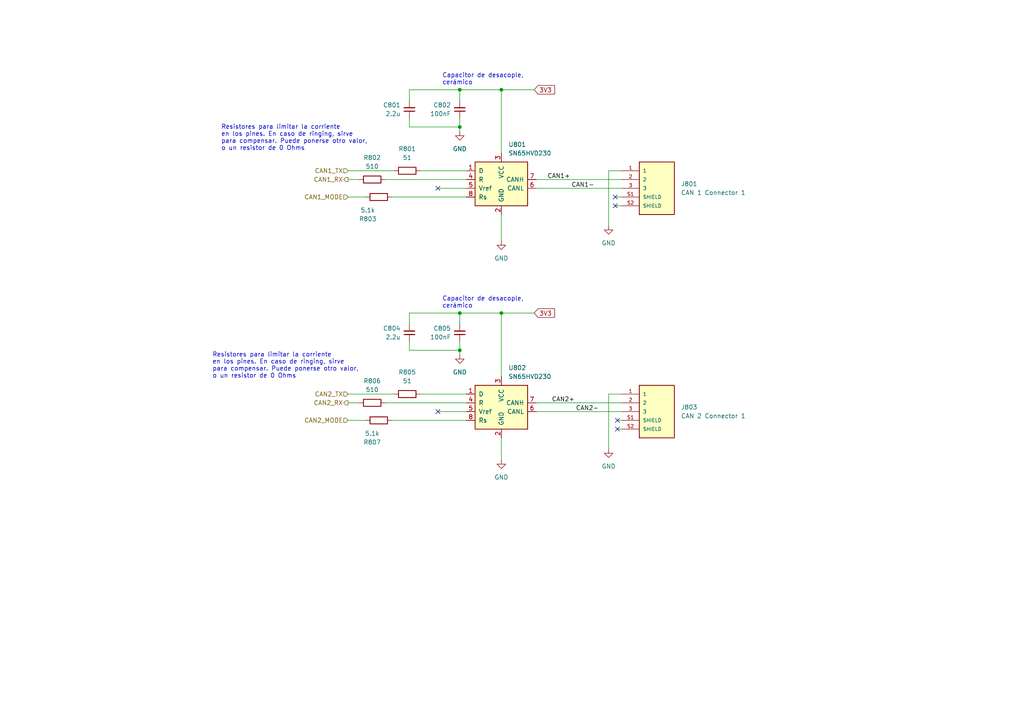
<source format=kicad_sch>
(kicad_sch (version 20211123) (generator eeschema)
  (paper "A4")
  (lib_symbols
    (symbol "DF13A-3P-1.25H(21):HRS_DF13A-3P-1.25H(21)" (pin_names (offset 1.016))
      (property "Reference" "J" (at -6.35 8.89 0))
      (property "Value" "HRS_DF13A-3P-1.25H(21)" (at -5.08 2.54 0))
      (symbol "HRS_DF13A-3P-1.25H(21)_0_0"
        (rectangle (start -3.81 25.4) (end 6.35 10.16) (stroke (width 0.254)) (fill (type background)))
        (pin passive line (at -8.89 22.86 0) (length 5.08) (name "1") (number "1"))
        (pin passive line (at -8.89 20.32 0) (length 5.08) (name "2") (number "2"))
        (pin passive line (at -8.89 17.78 0) (length 5.08) (name "3") (number "3"))
        (pin passive line (at -8.89 15.24 0) (length 5.08) (name "SHIELD") (number "S1"))
        (pin passive line (at -8.89 12.7 0) (length 5.08) (name "SHIELD") (number "S2"))
      )
    )
    (symbol "Device:C_Small" (pin_numbers hide) (pin_names (offset 0.254) hide)
      (property "Reference" "C" (at 0.254 1.778 0))
      (property "Value" "C_Small" (at 0.254 -2.032 0))
      (symbol "C_Small_0_1"
        (polyline (pts (xy -1.524 -0.508) (xy 1.524 -0.508)) (stroke (width 0.3302)))
        (polyline (pts (xy -1.524 0.508) (xy 1.524 0.508)) (stroke (width 0.3048)))
      )
      (symbol "C_Small_1_1"
        (pin passive line (at 0 2.54 270) (length 2.032) (name "~") (number "1"))
        (pin passive line (at 0 -2.54 90) (length 2.032) (name "~") (number "2"))
      )
    )
    (symbol "Device:R" (pin_numbers hide) (pin_names (offset 0))
      (property "Reference" "R" (at 2.032 0 90))
      (property "Value" "R" (at 0 0 90))
      (symbol "R_0_1"
        (rectangle (start -1.016 -2.54) (end 1.016 2.54) (stroke (width 0.254)))
      )
      (symbol "R_1_1"
        (pin passive line (at 0 3.81 270) (length 1.27) (name "~") (number "1"))
        (pin passive line (at 0 -3.81 90) (length 1.27) (name "~") (number "2"))
      )
    )
    (symbol "GND_2" (power) (pin_names (offset 0))
      (property "Value" "GND_2" (at 0 -3.81 0))
      (symbol "GND_2_0_1"
        (polyline (pts (xy 0 0) (xy 0 -1.27) (xy 1.27 -1.27) (xy 0 -2.54) (xy -1.27 -1.27) (xy 0 -1.27)))
      )
      (symbol "GND_2_1_1"
        (pin power_in line (at 0 0 270) (length 0) hide (name "GND") (number "1"))
      )
    )
    (symbol "Interface_CAN_LIN:SN65HVD230" (pin_names (offset 1.016))
      (property "Reference" "U" (at -2.54 10.16 0))
      (property "Value" "SN65HVD230" (at -2.54 7.62 0))
      (symbol "SN65HVD230_0_1"
        (rectangle (start -7.62 5.08) (end 7.62 -7.62) (stroke (width 0.254)) (fill (type background)))
      )
      (symbol "SN65HVD230_1_1"
        (pin input line (at -10.16 2.54 0) (length 2.54) (name "D") (number "1"))
        (pin power_in line (at 0 -10.16 90) (length 2.54) (name "GND") (number "2"))
        (pin power_in line (at 0 7.62 270) (length 2.54) (name "VCC") (number "3"))
        (pin output line (at -10.16 0 0) (length 2.54) (name "R") (number "4"))
        (pin output line (at -10.16 -2.54 0) (length 2.54) (name "Vref") (number "5"))
        (pin bidirectional line (at 10.16 -2.54 180) (length 2.54) (name "CANL") (number "6"))
        (pin bidirectional line (at 10.16 0 180) (length 2.54) (name "CANH") (number "7"))
        (pin input line (at -10.16 -5.08 0) (length 2.54) (name "Rs") (number "8"))
      )
    )
    (symbol "power:GND" (power) (pin_names (offset 0))
      (property "Value" "GND" (at 0 -3.81 0))
      (symbol "GND_0_1"
        (polyline (pts (xy 0 0) (xy 0 -1.27) (xy 1.27 -1.27) (xy 0 -2.54) (xy -1.27 -1.27) (xy 0 -1.27)))
      )
      (symbol "GND_1_1"
        (pin power_in line (at 0 0 270) (length 0) hide (name "GND") (number "1"))
      )
    )
  )
  (junction (at 145.415 90.805))
  (junction (at 133.35 101.6))
  (junction (at 133.35 90.805))
  (junction (at 145.415 26.035))
  (junction (at 133.35 26.035))
  (junction (at 133.35 36.83))
  (no_connect (at 178.435 57.15))
  (no_connect (at 179.07 121.92))
  (no_connect (at 178.435 59.69))
  (no_connect (at 179.07 124.46))
  (no_connect (at 127 54.61))
  (no_connect (at 127 119.38))
  (wire (pts (xy 145.415 90.805) (xy 154.94 90.805)))
  (wire (pts (xy 179.07 124.46) (xy 180.34 124.46)))
  (wire (pts (xy 100.965 121.92) (xy 106.045 121.92)))
  (wire (pts (xy 178.435 57.15) (xy 180.34 57.15)))
  (wire (pts (xy 127 119.38) (xy 135.255 119.38)))
  (wire (pts (xy 121.92 49.53) (xy 135.255 49.53)))
  (wire (pts (xy 100.965 114.3) (xy 114.3 114.3)))
  (wire (pts (xy 145.415 26.035) (xy 154.94 26.035)))
  (wire (pts (xy 145.415 26.035) (xy 145.415 44.45)))
  (wire (pts (xy 145.415 90.805) (xy 145.415 109.22)))
  (wire (pts (xy 118.745 36.83) (xy 133.35 36.83)))
  (wire (pts (xy 145.415 62.23) (xy 145.415 69.85)))
  (wire (pts (xy 176.53 49.53) (xy 176.53 65.405)))
  (wire (pts (xy 100.965 52.07) (xy 104.14 52.07)))
  (wire (pts (xy 100.965 49.53) (xy 114.3 49.53)))
  (wire (pts (xy 113.665 57.15) (xy 135.255 57.15)))
  (wire (pts (xy 113.665 121.92) (xy 135.255 121.92)))
  (wire (pts (xy 155.575 116.84) (xy 180.34 116.84)))
  (wire (pts (xy 155.575 54.61) (xy 180.34 54.61)))
  (wire (pts (xy 155.575 52.07) (xy 180.34 52.07)))
  (wire (pts (xy 176.53 114.3) (xy 176.53 130.175)))
  (wire (pts (xy 133.35 101.6) (xy 133.35 102.87)))
  (wire (pts (xy 178.435 59.69) (xy 180.34 59.69)))
  (wire (pts (xy 100.965 116.84) (xy 104.14 116.84)))
  (wire (pts (xy 111.76 116.84) (xy 135.255 116.84)))
  (wire (pts (xy 145.415 26.035) (xy 133.35 26.035)))
  (wire (pts (xy 100.965 57.15) (xy 106.045 57.15)))
  (wire (pts (xy 133.35 90.805) (xy 133.35 93.98)))
  (wire (pts (xy 133.35 90.805) (xy 118.745 90.805)))
  (wire (pts (xy 155.575 119.38) (xy 180.34 119.38)))
  (wire (pts (xy 133.35 34.29) (xy 133.35 36.83)))
  (wire (pts (xy 118.745 26.035) (xy 118.745 29.21)))
  (wire (pts (xy 118.745 90.805) (xy 118.745 93.98)))
  (wire (pts (xy 133.35 36.83) (xy 133.35 38.1)))
  (wire (pts (xy 133.35 99.06) (xy 133.35 101.6)))
  (wire (pts (xy 118.745 101.6) (xy 133.35 101.6)))
  (wire (pts (xy 145.415 127) (xy 145.415 133.35)))
  (wire (pts (xy 118.745 99.06) (xy 118.745 101.6)))
  (wire (pts (xy 111.76 52.07) (xy 135.255 52.07)))
  (wire (pts (xy 121.92 114.3) (xy 135.255 114.3)))
  (wire (pts (xy 118.745 34.29) (xy 118.745 36.83)))
  (wire (pts (xy 127 54.61) (xy 135.255 54.61)))
  (wire (pts (xy 133.35 26.035) (xy 118.745 26.035)))
  (wire (pts (xy 176.53 114.3) (xy 180.34 114.3)))
  (wire (pts (xy 133.35 26.035) (xy 133.35 29.21)))
  (wire (pts (xy 179.07 121.92) (xy 180.34 121.92)))
  (wire (pts (xy 145.415 90.805) (xy 133.35 90.805)))
  (wire (pts (xy 180.34 49.53) (xy 176.53 49.53)))
  (text "Capacitor de desacople,\ncerámico" (at 128.27 24.765 0) (effects (font (size 1.27 1.27)) (justify left bottom)))
  (text "Capacitor de desacople,\ncerámico" (at 128.27 89.535 0) (effects (font (size 1.27 1.27)) (justify left bottom)))
  (text "Resistores para limitar la corriente\nen los pines. En caso de ringing, sirve\npara compensar. Puede ponerse otro valor,\no un resistor de 0 Ohms" (at 61.595 109.855 0) (effects (font (size 1.27 1.27)) (justify left bottom)))
  (text "Resistores para limitar la corriente\nen los pines. En caso de ringing, sirve\npara compensar. Puede ponerse otro valor,\no un resistor de 0 Ohms" (at 64.135 43.815 0) (effects (font (size 1.27 1.27)) (justify left bottom)))
  (label "CAN2+" (at 160.02 116.84 0))
  (label "CAN2-" (at 167.005 119.38 0))
  (label "CAN1-" (at 165.735 54.61 0))
  (label "CAN1+" (at 158.75 52.07 0))
  (global_label "3V3" (shape input) (at 154.94 26.035 0) (property "Intersheet References" "${INTERSHEET_REFS}" (effects hide)))
  (global_label "3V3" (shape input) (at 154.94 90.805 0) (property "Intersheet References" "${INTERSHEET_REFS}" (effects hide)))
  (hierarchical_label "CAN2_TX" (shape input) (at 100.965 114.3 180))
  (hierarchical_label "CAN1_TX" (shape input) (at 100.965 49.53 180))
  (hierarchical_label "CAN1_RX" (shape output) (at 100.965 52.07 180))
  (hierarchical_label "CAN2_RX" (shape output) (at 100.965 116.84 180))
  (hierarchical_label "CAN2_MODE" (shape input) (at 100.965 121.92 180))
  (hierarchical_label "CAN1_MODE" (shape input) (at 100.965 57.15 180))
  (symbol (lib_id "Device:R") (at 118.11 114.3 90) (unit 1)
    (property "Reference" "R805" (at 118.11 107.95 90))
    (property "Value" "51" (at 118.11 110.49 90))
    (property "Footprint" "Resistor_SMD:R_0402_1005Metric_Pad0.72x0.64mm_HandSolder" (effects hide))
  )
  (symbol (lib_id "Interface_CAN_LIN:SN65HVD230") (at 145.415 52.07 0) (unit 1)
    (property "Reference" "U801" (at 147.4344 41.91 0) (effects (justify left)))
    (property "Value" "SN65HVD230" (at 147.4344 44.45 0) (effects (justify left)))
    (property "Footprint" "Package_SO:SOIC-8_3.9x4.9mm_P1.27mm" (effects hide))
    (property "Datasheet" "http://www.ti.com/lit/ds/symlink/sn65hvd230.pdf" (effects hide))
  )
  (symbol (lib_name "GND_2") (lib_id "power:GND") (at 176.53 130.175 0) (unit 1)
    (property "Reference" "#PWR0104" (effects hide))
    (property "Value" "GND" (at 176.53 135.255 0))
  )
  (symbol (lib_id "DF13A-3P-1.25H(21):HRS_DF13A-3P-1.25H(21)") (at 189.23 137.16 0) (unit 1)
    (property "Reference" "J803" (at 197.485 118.1099 0) (effects (justify left)))
    (property "Value" "CAN 2 Connector 1" (at 197.485 120.6499 0) (effects (justify left)))
    (property "Footprint" "DF13A-3P-1.25H(21):HRS_DF13A-3P-1.25H(21)" (effects hide))
    (property "MANUFACTURER" "HRS" (effects hide))
  )
  (symbol (lib_id "Interface_CAN_LIN:SN65HVD230") (at 145.415 116.84 0) (unit 1)
    (property "Reference" "U802" (at 147.4344 106.68 0) (effects (justify left)))
    (property "Value" "SN65HVD230" (at 147.4344 109.22 0) (effects (justify left)))
    (property "Footprint" "Package_SO:SOIC-8_3.9x4.9mm_P1.27mm" (effects hide))
    (property "Datasheet" "http://www.ti.com/lit/ds/symlink/sn65hvd230.pdf" (effects hide))
  )
  (symbol (lib_id "Device:R") (at 107.95 52.07 90) (unit 1)
    (property "Reference" "R802" (at 107.95 45.72 90))
    (property "Value" "510" (at 107.95 48.26 90))
    (property "Footprint" "Resistor_SMD:R_0402_1005Metric_Pad0.72x0.64mm_HandSolder" (effects hide))
  )
  (symbol (lib_id "Device:C_Small") (at 118.745 96.52 0) (mirror x) (unit 1)
    (property "Reference" "C804" (at 116.205 95.2435 0) (effects (justify right)))
    (property "Value" "2.2u" (at 116.205 97.7835 0) (effects (justify right)))
    (property "Footprint" "Capacitor_SMD:C_0603_1608Metric_Pad1.08x0.95mm_HandSolder" (effects hide))
  )
  (symbol (lib_id "Device:C_Small") (at 133.35 31.75 0) (mirror x) (unit 1)
    (property "Reference" "C802" (at 130.81 30.4735 0) (effects (justify right)))
    (property "Value" "100nF" (at 130.81 33.0135 0) (effects (justify right)))
    (property "Footprint" "Capacitor_SMD:C_0402_1005Metric_Pad0.74x0.62mm_HandSolder" (effects hide))
  )
  (symbol (lib_id "Device:R") (at 109.855 121.92 90) (mirror x) (unit 1)
    (property "Reference" "R807" (at 107.95 128.27 90))
    (property "Value" "5.1k" (at 107.95 125.73 90))
    (property "Footprint" "Resistor_SMD:R_0402_1005Metric_Pad0.72x0.64mm_HandSolder" (effects hide))
  )
  (symbol (lib_id "Device:C_Small") (at 118.745 31.75 0) (mirror x) (unit 1)
    (property "Reference" "C801" (at 116.205 30.4735 0) (effects (justify right)))
    (property "Value" "2.2u" (at 116.205 33.0135 0) (effects (justify right)))
    (property "Footprint" "Capacitor_SMD:C_0603_1608Metric_Pad1.08x0.95mm_HandSolder" (effects hide))
  )
  (symbol (lib_id "Device:R") (at 109.855 57.15 90) (mirror x) (unit 1)
    (property "Reference" "R803" (at 106.68 63.5 90))
    (property "Value" "5.1k" (at 106.68 60.96 90))
    (property "Footprint" "Resistor_SMD:R_0402_1005Metric_Pad0.72x0.64mm_HandSolder" (effects hide))
  )
  (symbol (lib_id "Device:R") (at 107.95 116.84 90) (unit 1)
    (property "Reference" "R806" (at 107.95 110.49 90))
    (property "Value" "510" (at 107.95 113.03 90))
    (property "Footprint" "Resistor_SMD:R_0402_1005Metric_Pad0.72x0.64mm_HandSolder" (effects hide))
  )
  (symbol (lib_id "power:GND") (at 145.415 69.85 0) (unit 1)
    (property "Reference" "#PWR0102" (effects hide))
    (property "Value" "GND" (at 145.415 74.93 0))
  )
  (symbol (lib_id "Device:C_Small") (at 133.35 96.52 0) (mirror x) (unit 1)
    (property "Reference" "C805" (at 130.81 95.2435 0) (effects (justify right)))
    (property "Value" "100nF" (at 130.81 97.7835 0) (effects (justify right)))
    (property "Footprint" "Capacitor_SMD:C_0402_1005Metric_Pad0.74x0.62mm_HandSolder" (effects hide))
  )
  (symbol (lib_name "GND_2") (lib_id "power:GND") (at 176.53 65.405 0) (unit 1)
    (property "Reference" "#PWR0101" (effects hide))
    (property "Value" "GND" (at 176.53 70.485 0))
  )
  (symbol (lib_id "DF13A-3P-1.25H(21):HRS_DF13A-3P-1.25H(21)") (at 189.23 72.39 0) (unit 1)
    (property "Reference" "J801" (at 197.485 53.3399 0) (effects (justify left)))
    (property "Value" "CAN 1 Connector 1" (at 197.485 55.8799 0) (effects (justify left)))
    (property "Footprint" "DF13A-3P-1.25H(21):HRS_DF13A-3P-1.25H(21)" (effects hide))
    (property "MANUFACTURER" "HRS" (effects hide))
  )
  (symbol (lib_id "power:GND") (at 133.35 38.1 0) (unit 1)
    (property "Reference" "#PWR0122" (effects hide))
    (property "Value" "GND" (at 133.35 43.18 0))
  )
  (symbol (lib_id "power:GND") (at 145.415 133.35 0) (unit 1)
    (property "Reference" "#PWR0136" (effects hide))
    (property "Value" "GND" (at 145.415 138.43 0))
  )
  (symbol (lib_id "Device:R") (at 118.11 49.53 90) (unit 1)
    (property "Reference" "R801" (at 118.11 43.18 90))
    (property "Value" "51" (at 118.11 45.72 90))
    (property "Footprint" "Resistor_SMD:R_0402_1005Metric_Pad0.72x0.64mm_HandSolder" (effects hide))
  )
  (symbol (lib_id "power:GND") (at 133.35 102.87 0) (unit 1)
    (property "Reference" "#PWR0133" (effects hide))
    (property "Value" "GND" (at 133.35 107.95 0))
  )
)
</source>
